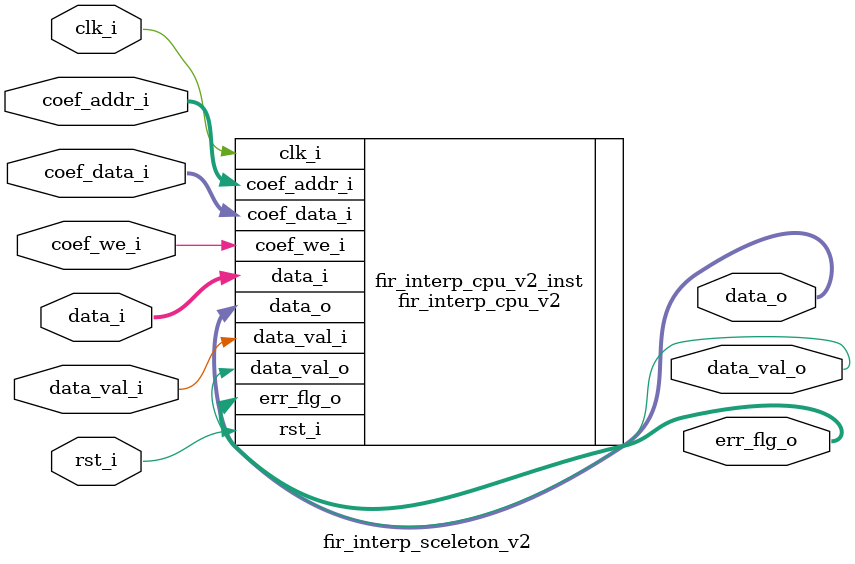
<source format=sv>
`timescale 1 ns / 1 ns

module fir_interp_sceleton_v2
#(
  parameter FILTER_ORDER      = 256,
  parameter INTERPOLATION     = 32, 
  parameter COEF_FILE         = "fir_coef.mif", // FIR coefficient filename
  parameter DATA_WIDTH        = 16,
  parameter COEF_WIDTH        = 16,
  parameter USE_COEF_WRITE    = 0,
  parameter OUT_WIDTH         = 16,
  parameter PROCESSING_TYPE   = "LIMIT",
  parameter COEF_AWIDTH       = $clog2(FILTER_ORDER)
)
(
  input                             clk_i,
  input                             rst_i,
  
  input signed [DATA_WIDTH - 1:0]   data_i,     // Input data
  input                             data_val_i, // Input data valid flag
  
  // Coefficients write signal
  input                             coef_we_i,  
  input [COEF_AWIDTH - 1:0]         coef_addr_i,
  input [COEF_WIDTH - 1:0]          coef_data_i,
  
  output signed [OUT_WIDTH - 1:0]   data_o,     // Output data
  output                            data_val_o, // Data valid
  
  output [1:0]                      err_flg_o
);

initial begin
  if ( COEF_AWIDTH != $clog2(FILTER_ORDER))
    $error("COEF_AWIDTH cannot be overwritten");
end

// Computation unit
fir_interp_cpu_v2 #(
  .FILTER_ORDER     (FILTER_ORDER),
  .INTERPOLATION    (INTERPOLATION),
  .COEF_FILE        (COEF_FILE),
  .DATA_WIDTH       (DATA_WIDTH),
  .COEF_WIDTH       (COEF_WIDTH),
  .COEF_AWIDTH      (COEF_AWIDTH),
  .OUT_WIDTH        (OUT_WIDTH),
  .PROCESSING_TYPE  (PROCESSING_TYPE)
) fir_interp_cpu_v2_inst (
  .clk_i            (clk_i),
  .rst_i            (rst_i),
  .data_i           (data_i),
  .data_val_i       (data_val_i),
  .coef_we_i        (coef_we_i),
  .coef_addr_i      (coef_addr_i),
  .coef_data_i      (coef_data_i),
  .data_o           (data_o),
  .data_val_o       (data_val_o),
  .err_flg_o        (err_flg_o)
);

endmodule // fir_interp_sceleton_v2

</source>
